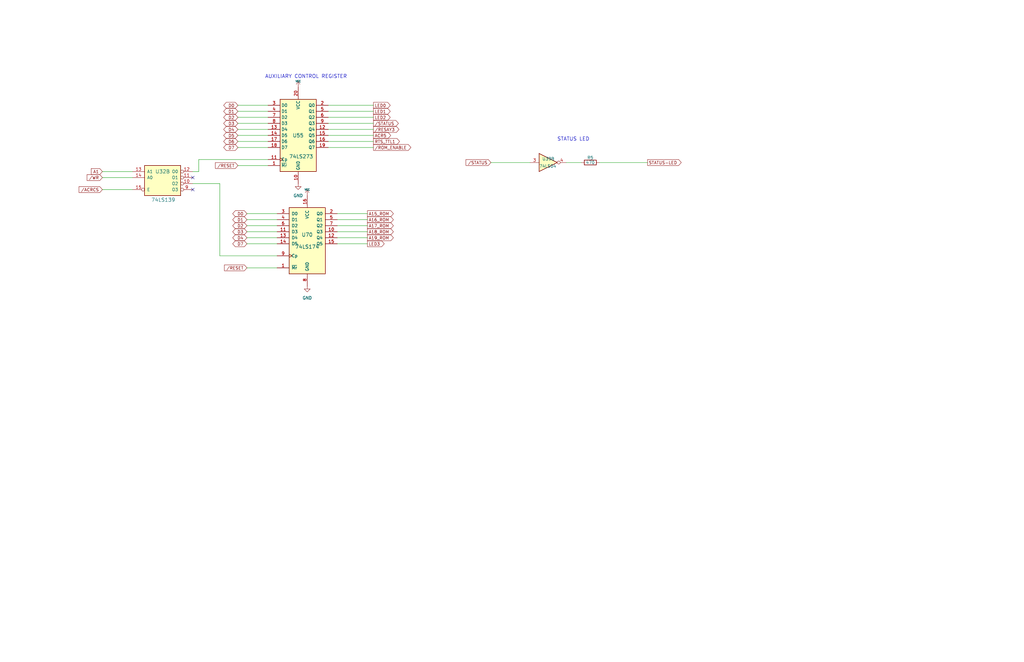
<source format=kicad_sch>
(kicad_sch
	(version 20250114)
	(generator "eeschema")
	(generator_version "9.0")
	(uuid "5f621fa5-77b3-4e8d-85e6-22916af3bf8b")
	(paper "USLedger")
	(title_block
		(title "N8PC")
		(date "2025-11-26")
		(rev "000.9")
		(comment 1 "https://github.com/danwerner21/N8PC")
		(comment 2 "Based on work by Andrew Lynch and John Coffman")
	)
	(lib_symbols
		(symbol "74xx:74LS04"
			(exclude_from_sim no)
			(in_bom yes)
			(on_board yes)
			(property "Reference" "U"
				(at 0 1.27 0)
				(effects
					(font
						(size 1.27 1.27)
					)
				)
			)
			(property "Value" "74LS04"
				(at 0 -1.27 0)
				(effects
					(font
						(size 1.27 1.27)
					)
				)
			)
			(property "Footprint" ""
				(at 0 0 0)
				(effects
					(font
						(size 1.27 1.27)
					)
					(hide yes)
				)
			)
			(property "Datasheet" "http://www.ti.com/lit/gpn/sn74LS04"
				(at 0 0 0)
				(effects
					(font
						(size 1.27 1.27)
					)
					(hide yes)
				)
			)
			(property "Description" "Hex Inverter"
				(at 0 0 0)
				(effects
					(font
						(size 1.27 1.27)
					)
					(hide yes)
				)
			)
			(property "ki_locked" ""
				(at 0 0 0)
				(effects
					(font
						(size 1.27 1.27)
					)
				)
			)
			(property "ki_keywords" "TTL not inv"
				(at 0 0 0)
				(effects
					(font
						(size 1.27 1.27)
					)
					(hide yes)
				)
			)
			(property "ki_fp_filters" "DIP*W7.62mm* SSOP?14* TSSOP?14*"
				(at 0 0 0)
				(effects
					(font
						(size 1.27 1.27)
					)
					(hide yes)
				)
			)
			(symbol "74LS04_1_0"
				(polyline
					(pts
						(xy -3.81 3.81) (xy -3.81 -3.81) (xy 3.81 0) (xy -3.81 3.81)
					)
					(stroke
						(width 0.254)
						(type default)
					)
					(fill
						(type background)
					)
				)
				(pin input line
					(at -7.62 0 0)
					(length 3.81)
					(name "~"
						(effects
							(font
								(size 1.27 1.27)
							)
						)
					)
					(number "1"
						(effects
							(font
								(size 1.27 1.27)
							)
						)
					)
				)
				(pin output inverted
					(at 7.62 0 180)
					(length 3.81)
					(name "~"
						(effects
							(font
								(size 1.27 1.27)
							)
						)
					)
					(number "2"
						(effects
							(font
								(size 1.27 1.27)
							)
						)
					)
				)
			)
			(symbol "74LS04_2_0"
				(polyline
					(pts
						(xy -3.81 3.81) (xy -3.81 -3.81) (xy 3.81 0) (xy -3.81 3.81)
					)
					(stroke
						(width 0.254)
						(type default)
					)
					(fill
						(type background)
					)
				)
				(pin input line
					(at -7.62 0 0)
					(length 3.81)
					(name "~"
						(effects
							(font
								(size 1.27 1.27)
							)
						)
					)
					(number "3"
						(effects
							(font
								(size 1.27 1.27)
							)
						)
					)
				)
				(pin output inverted
					(at 7.62 0 180)
					(length 3.81)
					(name "~"
						(effects
							(font
								(size 1.27 1.27)
							)
						)
					)
					(number "4"
						(effects
							(font
								(size 1.27 1.27)
							)
						)
					)
				)
			)
			(symbol "74LS04_3_0"
				(polyline
					(pts
						(xy -3.81 3.81) (xy -3.81 -3.81) (xy 3.81 0) (xy -3.81 3.81)
					)
					(stroke
						(width 0.254)
						(type default)
					)
					(fill
						(type background)
					)
				)
				(pin input line
					(at -7.62 0 0)
					(length 3.81)
					(name "~"
						(effects
							(font
								(size 1.27 1.27)
							)
						)
					)
					(number "5"
						(effects
							(font
								(size 1.27 1.27)
							)
						)
					)
				)
				(pin output inverted
					(at 7.62 0 180)
					(length 3.81)
					(name "~"
						(effects
							(font
								(size 1.27 1.27)
							)
						)
					)
					(number "6"
						(effects
							(font
								(size 1.27 1.27)
							)
						)
					)
				)
			)
			(symbol "74LS04_4_0"
				(polyline
					(pts
						(xy -3.81 3.81) (xy -3.81 -3.81) (xy 3.81 0) (xy -3.81 3.81)
					)
					(stroke
						(width 0.254)
						(type default)
					)
					(fill
						(type background)
					)
				)
				(pin input line
					(at -7.62 0 0)
					(length 3.81)
					(name "~"
						(effects
							(font
								(size 1.27 1.27)
							)
						)
					)
					(number "9"
						(effects
							(font
								(size 1.27 1.27)
							)
						)
					)
				)
				(pin output inverted
					(at 7.62 0 180)
					(length 3.81)
					(name "~"
						(effects
							(font
								(size 1.27 1.27)
							)
						)
					)
					(number "8"
						(effects
							(font
								(size 1.27 1.27)
							)
						)
					)
				)
			)
			(symbol "74LS04_5_0"
				(polyline
					(pts
						(xy -3.81 3.81) (xy -3.81 -3.81) (xy 3.81 0) (xy -3.81 3.81)
					)
					(stroke
						(width 0.254)
						(type default)
					)
					(fill
						(type background)
					)
				)
				(pin input line
					(at -7.62 0 0)
					(length 3.81)
					(name "~"
						(effects
							(font
								(size 1.27 1.27)
							)
						)
					)
					(number "11"
						(effects
							(font
								(size 1.27 1.27)
							)
						)
					)
				)
				(pin output inverted
					(at 7.62 0 180)
					(length 3.81)
					(name "~"
						(effects
							(font
								(size 1.27 1.27)
							)
						)
					)
					(number "10"
						(effects
							(font
								(size 1.27 1.27)
							)
						)
					)
				)
			)
			(symbol "74LS04_6_0"
				(polyline
					(pts
						(xy -3.81 3.81) (xy -3.81 -3.81) (xy 3.81 0) (xy -3.81 3.81)
					)
					(stroke
						(width 0.254)
						(type default)
					)
					(fill
						(type background)
					)
				)
				(pin input line
					(at -7.62 0 0)
					(length 3.81)
					(name "~"
						(effects
							(font
								(size 1.27 1.27)
							)
						)
					)
					(number "13"
						(effects
							(font
								(size 1.27 1.27)
							)
						)
					)
				)
				(pin output inverted
					(at 7.62 0 180)
					(length 3.81)
					(name "~"
						(effects
							(font
								(size 1.27 1.27)
							)
						)
					)
					(number "12"
						(effects
							(font
								(size 1.27 1.27)
							)
						)
					)
				)
			)
			(symbol "74LS04_7_0"
				(pin power_in line
					(at 0 12.7 270)
					(length 5.08)
					(name "VCC"
						(effects
							(font
								(size 1.27 1.27)
							)
						)
					)
					(number "14"
						(effects
							(font
								(size 1.27 1.27)
							)
						)
					)
				)
				(pin power_in line
					(at 0 -12.7 90)
					(length 5.08)
					(name "GND"
						(effects
							(font
								(size 1.27 1.27)
							)
						)
					)
					(number "7"
						(effects
							(font
								(size 1.27 1.27)
							)
						)
					)
				)
			)
			(symbol "74LS04_7_1"
				(rectangle
					(start -5.08 7.62)
					(end 5.08 -7.62)
					(stroke
						(width 0.254)
						(type default)
					)
					(fill
						(type background)
					)
				)
			)
			(embedded_fonts no)
		)
		(symbol "74xx:74LS139"
			(pin_names
				(offset 1.016)
			)
			(exclude_from_sim no)
			(in_bom yes)
			(on_board yes)
			(property "Reference" "U"
				(at -7.62 8.89 0)
				(effects
					(font
						(size 1.27 1.27)
					)
				)
			)
			(property "Value" "74LS139"
				(at -7.62 -8.89 0)
				(effects
					(font
						(size 1.27 1.27)
					)
				)
			)
			(property "Footprint" ""
				(at 0 0 0)
				(effects
					(font
						(size 1.27 1.27)
					)
					(hide yes)
				)
			)
			(property "Datasheet" "http://www.ti.com/lit/ds/symlink/sn74ls139a.pdf"
				(at 0 0 0)
				(effects
					(font
						(size 1.27 1.27)
					)
					(hide yes)
				)
			)
			(property "Description" "Dual Decoder 1 of 4, Active low outputs"
				(at 0 0 0)
				(effects
					(font
						(size 1.27 1.27)
					)
					(hide yes)
				)
			)
			(property "ki_locked" ""
				(at 0 0 0)
				(effects
					(font
						(size 1.27 1.27)
					)
				)
			)
			(property "ki_keywords" "TTL DECOD4"
				(at 0 0 0)
				(effects
					(font
						(size 1.27 1.27)
					)
					(hide yes)
				)
			)
			(property "ki_fp_filters" "DIP?16*"
				(at 0 0 0)
				(effects
					(font
						(size 1.27 1.27)
					)
					(hide yes)
				)
			)
			(symbol "74LS139_1_0"
				(pin input line
					(at -12.7 2.54 0)
					(length 5.08)
					(name "A1"
						(effects
							(font
								(size 1.27 1.27)
							)
						)
					)
					(number "3"
						(effects
							(font
								(size 1.27 1.27)
							)
						)
					)
				)
				(pin input line
					(at -12.7 0 0)
					(length 5.08)
					(name "A0"
						(effects
							(font
								(size 1.27 1.27)
							)
						)
					)
					(number "2"
						(effects
							(font
								(size 1.27 1.27)
							)
						)
					)
				)
				(pin input inverted
					(at -12.7 -5.08 0)
					(length 5.08)
					(name "E"
						(effects
							(font
								(size 1.27 1.27)
							)
						)
					)
					(number "1"
						(effects
							(font
								(size 1.27 1.27)
							)
						)
					)
				)
				(pin output inverted
					(at 12.7 2.54 180)
					(length 5.08)
					(name "O0"
						(effects
							(font
								(size 1.27 1.27)
							)
						)
					)
					(number "4"
						(effects
							(font
								(size 1.27 1.27)
							)
						)
					)
				)
				(pin output inverted
					(at 12.7 0 180)
					(length 5.08)
					(name "O1"
						(effects
							(font
								(size 1.27 1.27)
							)
						)
					)
					(number "5"
						(effects
							(font
								(size 1.27 1.27)
							)
						)
					)
				)
				(pin output inverted
					(at 12.7 -2.54 180)
					(length 5.08)
					(name "O2"
						(effects
							(font
								(size 1.27 1.27)
							)
						)
					)
					(number "6"
						(effects
							(font
								(size 1.27 1.27)
							)
						)
					)
				)
				(pin output inverted
					(at 12.7 -5.08 180)
					(length 5.08)
					(name "O3"
						(effects
							(font
								(size 1.27 1.27)
							)
						)
					)
					(number "7"
						(effects
							(font
								(size 1.27 1.27)
							)
						)
					)
				)
			)
			(symbol "74LS139_1_1"
				(rectangle
					(start -7.62 5.08)
					(end 7.62 -7.62)
					(stroke
						(width 0.254)
						(type default)
					)
					(fill
						(type background)
					)
				)
			)
			(symbol "74LS139_2_0"
				(pin input line
					(at -12.7 2.54 0)
					(length 5.08)
					(name "A1"
						(effects
							(font
								(size 1.27 1.27)
							)
						)
					)
					(number "13"
						(effects
							(font
								(size 1.27 1.27)
							)
						)
					)
				)
				(pin input line
					(at -12.7 0 0)
					(length 5.08)
					(name "A0"
						(effects
							(font
								(size 1.27 1.27)
							)
						)
					)
					(number "14"
						(effects
							(font
								(size 1.27 1.27)
							)
						)
					)
				)
				(pin input inverted
					(at -12.7 -5.08 0)
					(length 5.08)
					(name "E"
						(effects
							(font
								(size 1.27 1.27)
							)
						)
					)
					(number "15"
						(effects
							(font
								(size 1.27 1.27)
							)
						)
					)
				)
				(pin output inverted
					(at 12.7 2.54 180)
					(length 5.08)
					(name "O0"
						(effects
							(font
								(size 1.27 1.27)
							)
						)
					)
					(number "12"
						(effects
							(font
								(size 1.27 1.27)
							)
						)
					)
				)
				(pin output inverted
					(at 12.7 0 180)
					(length 5.08)
					(name "O1"
						(effects
							(font
								(size 1.27 1.27)
							)
						)
					)
					(number "11"
						(effects
							(font
								(size 1.27 1.27)
							)
						)
					)
				)
				(pin output inverted
					(at 12.7 -2.54 180)
					(length 5.08)
					(name "O2"
						(effects
							(font
								(size 1.27 1.27)
							)
						)
					)
					(number "10"
						(effects
							(font
								(size 1.27 1.27)
							)
						)
					)
				)
				(pin output inverted
					(at 12.7 -5.08 180)
					(length 5.08)
					(name "O3"
						(effects
							(font
								(size 1.27 1.27)
							)
						)
					)
					(number "9"
						(effects
							(font
								(size 1.27 1.27)
							)
						)
					)
				)
			)
			(symbol "74LS139_2_1"
				(rectangle
					(start -7.62 5.08)
					(end 7.62 -7.62)
					(stroke
						(width 0.254)
						(type default)
					)
					(fill
						(type background)
					)
				)
			)
			(symbol "74LS139_3_0"
				(pin power_in line
					(at 0 12.7 270)
					(length 5.08)
					(name "VCC"
						(effects
							(font
								(size 1.27 1.27)
							)
						)
					)
					(number "16"
						(effects
							(font
								(size 1.27 1.27)
							)
						)
					)
				)
				(pin power_in line
					(at 0 -12.7 90)
					(length 5.08)
					(name "GND"
						(effects
							(font
								(size 1.27 1.27)
							)
						)
					)
					(number "8"
						(effects
							(font
								(size 1.27 1.27)
							)
						)
					)
				)
			)
			(symbol "74LS139_3_1"
				(rectangle
					(start -5.08 7.62)
					(end 5.08 -7.62)
					(stroke
						(width 0.254)
						(type default)
					)
					(fill
						(type background)
					)
				)
			)
			(embedded_fonts no)
		)
		(symbol "74xx:74LS174"
			(pin_names
				(offset 1.016)
			)
			(exclude_from_sim no)
			(in_bom yes)
			(on_board yes)
			(property "Reference" "U"
				(at -7.62 13.97 0)
				(effects
					(font
						(size 1.27 1.27)
					)
				)
			)
			(property "Value" "74LS174"
				(at -7.62 -16.51 0)
				(effects
					(font
						(size 1.27 1.27)
					)
				)
			)
			(property "Footprint" ""
				(at 0 0 0)
				(effects
					(font
						(size 1.27 1.27)
					)
					(hide yes)
				)
			)
			(property "Datasheet" "http://www.ti.com/lit/gpn/sn74LS174"
				(at 0 0 0)
				(effects
					(font
						(size 1.27 1.27)
					)
					(hide yes)
				)
			)
			(property "Description" "Hex D-type Flip-Flop, reset"
				(at 0 0 0)
				(effects
					(font
						(size 1.27 1.27)
					)
					(hide yes)
				)
			)
			(property "ki_locked" ""
				(at 0 0 0)
				(effects
					(font
						(size 1.27 1.27)
					)
				)
			)
			(property "ki_keywords" "TTL REG REG6 DFF"
				(at 0 0 0)
				(effects
					(font
						(size 1.27 1.27)
					)
					(hide yes)
				)
			)
			(property "ki_fp_filters" "DIP?16*"
				(at 0 0 0)
				(effects
					(font
						(size 1.27 1.27)
					)
					(hide yes)
				)
			)
			(symbol "74LS174_1_0"
				(pin input line
					(at -12.7 10.16 0)
					(length 5.08)
					(name "D0"
						(effects
							(font
								(size 1.27 1.27)
							)
						)
					)
					(number "3"
						(effects
							(font
								(size 1.27 1.27)
							)
						)
					)
				)
				(pin input line
					(at -12.7 7.62 0)
					(length 5.08)
					(name "D1"
						(effects
							(font
								(size 1.27 1.27)
							)
						)
					)
					(number "4"
						(effects
							(font
								(size 1.27 1.27)
							)
						)
					)
				)
				(pin input line
					(at -12.7 5.08 0)
					(length 5.08)
					(name "D2"
						(effects
							(font
								(size 1.27 1.27)
							)
						)
					)
					(number "6"
						(effects
							(font
								(size 1.27 1.27)
							)
						)
					)
				)
				(pin input line
					(at -12.7 2.54 0)
					(length 5.08)
					(name "D3"
						(effects
							(font
								(size 1.27 1.27)
							)
						)
					)
					(number "11"
						(effects
							(font
								(size 1.27 1.27)
							)
						)
					)
				)
				(pin input line
					(at -12.7 0 0)
					(length 5.08)
					(name "D4"
						(effects
							(font
								(size 1.27 1.27)
							)
						)
					)
					(number "13"
						(effects
							(font
								(size 1.27 1.27)
							)
						)
					)
				)
				(pin input line
					(at -12.7 -2.54 0)
					(length 5.08)
					(name "D5"
						(effects
							(font
								(size 1.27 1.27)
							)
						)
					)
					(number "14"
						(effects
							(font
								(size 1.27 1.27)
							)
						)
					)
				)
				(pin input clock
					(at -12.7 -7.62 0)
					(length 5.08)
					(name "Cp"
						(effects
							(font
								(size 1.27 1.27)
							)
						)
					)
					(number "9"
						(effects
							(font
								(size 1.27 1.27)
							)
						)
					)
				)
				(pin input line
					(at -12.7 -12.7 0)
					(length 5.08)
					(name "~{Mr}"
						(effects
							(font
								(size 1.27 1.27)
							)
						)
					)
					(number "1"
						(effects
							(font
								(size 1.27 1.27)
							)
						)
					)
				)
				(pin power_in line
					(at 0 17.78 270)
					(length 5.08)
					(name "VCC"
						(effects
							(font
								(size 1.27 1.27)
							)
						)
					)
					(number "16"
						(effects
							(font
								(size 1.27 1.27)
							)
						)
					)
				)
				(pin power_in line
					(at 0 -20.32 90)
					(length 5.08)
					(name "GND"
						(effects
							(font
								(size 1.27 1.27)
							)
						)
					)
					(number "8"
						(effects
							(font
								(size 1.27 1.27)
							)
						)
					)
				)
				(pin output line
					(at 12.7 10.16 180)
					(length 5.08)
					(name "Q0"
						(effects
							(font
								(size 1.27 1.27)
							)
						)
					)
					(number "2"
						(effects
							(font
								(size 1.27 1.27)
							)
						)
					)
				)
				(pin output line
					(at 12.7 7.62 180)
					(length 5.08)
					(name "Q1"
						(effects
							(font
								(size 1.27 1.27)
							)
						)
					)
					(number "5"
						(effects
							(font
								(size 1.27 1.27)
							)
						)
					)
				)
				(pin output line
					(at 12.7 5.08 180)
					(length 5.08)
					(name "Q2"
						(effects
							(font
								(size 1.27 1.27)
							)
						)
					)
					(number "7"
						(effects
							(font
								(size 1.27 1.27)
							)
						)
					)
				)
				(pin output line
					(at 12.7 2.54 180)
					(length 5.08)
					(name "Q3"
						(effects
							(font
								(size 1.27 1.27)
							)
						)
					)
					(number "10"
						(effects
							(font
								(size 1.27 1.27)
							)
						)
					)
				)
				(pin output line
					(at 12.7 0 180)
					(length 5.08)
					(name "Q4"
						(effects
							(font
								(size 1.27 1.27)
							)
						)
					)
					(number "12"
						(effects
							(font
								(size 1.27 1.27)
							)
						)
					)
				)
				(pin output line
					(at 12.7 -2.54 180)
					(length 5.08)
					(name "Q5"
						(effects
							(font
								(size 1.27 1.27)
							)
						)
					)
					(number "15"
						(effects
							(font
								(size 1.27 1.27)
							)
						)
					)
				)
			)
			(symbol "74LS174_1_1"
				(rectangle
					(start -7.62 12.7)
					(end 7.62 -15.24)
					(stroke
						(width 0.254)
						(type default)
					)
					(fill
						(type background)
					)
				)
			)
			(embedded_fonts no)
		)
		(symbol "74xx:74LS273"
			(exclude_from_sim no)
			(in_bom yes)
			(on_board yes)
			(property "Reference" "U"
				(at -7.62 16.51 0)
				(effects
					(font
						(size 1.27 1.27)
					)
				)
			)
			(property "Value" "74LS273"
				(at -7.62 -16.51 0)
				(effects
					(font
						(size 1.27 1.27)
					)
				)
			)
			(property "Footprint" ""
				(at 0 0 0)
				(effects
					(font
						(size 1.27 1.27)
					)
					(hide yes)
				)
			)
			(property "Datasheet" "http://www.ti.com/lit/gpn/sn74LS273"
				(at 0 0 0)
				(effects
					(font
						(size 1.27 1.27)
					)
					(hide yes)
				)
			)
			(property "Description" "8-bit D Flip-Flop, reset"
				(at 0 0 0)
				(effects
					(font
						(size 1.27 1.27)
					)
					(hide yes)
				)
			)
			(property "ki_keywords" "TTL DFF DFF8"
				(at 0 0 0)
				(effects
					(font
						(size 1.27 1.27)
					)
					(hide yes)
				)
			)
			(property "ki_fp_filters" "DIP?20* SO?20* SOIC?20*"
				(at 0 0 0)
				(effects
					(font
						(size 1.27 1.27)
					)
					(hide yes)
				)
			)
			(symbol "74LS273_1_0"
				(pin input line
					(at -12.7 12.7 0)
					(length 5.08)
					(name "D0"
						(effects
							(font
								(size 1.27 1.27)
							)
						)
					)
					(number "3"
						(effects
							(font
								(size 1.27 1.27)
							)
						)
					)
				)
				(pin input line
					(at -12.7 10.16 0)
					(length 5.08)
					(name "D1"
						(effects
							(font
								(size 1.27 1.27)
							)
						)
					)
					(number "4"
						(effects
							(font
								(size 1.27 1.27)
							)
						)
					)
				)
				(pin input line
					(at -12.7 7.62 0)
					(length 5.08)
					(name "D2"
						(effects
							(font
								(size 1.27 1.27)
							)
						)
					)
					(number "7"
						(effects
							(font
								(size 1.27 1.27)
							)
						)
					)
				)
				(pin input line
					(at -12.7 5.08 0)
					(length 5.08)
					(name "D3"
						(effects
							(font
								(size 1.27 1.27)
							)
						)
					)
					(number "8"
						(effects
							(font
								(size 1.27 1.27)
							)
						)
					)
				)
				(pin input line
					(at -12.7 2.54 0)
					(length 5.08)
					(name "D4"
						(effects
							(font
								(size 1.27 1.27)
							)
						)
					)
					(number "13"
						(effects
							(font
								(size 1.27 1.27)
							)
						)
					)
				)
				(pin input line
					(at -12.7 0 0)
					(length 5.08)
					(name "D5"
						(effects
							(font
								(size 1.27 1.27)
							)
						)
					)
					(number "14"
						(effects
							(font
								(size 1.27 1.27)
							)
						)
					)
				)
				(pin input line
					(at -12.7 -2.54 0)
					(length 5.08)
					(name "D6"
						(effects
							(font
								(size 1.27 1.27)
							)
						)
					)
					(number "17"
						(effects
							(font
								(size 1.27 1.27)
							)
						)
					)
				)
				(pin input line
					(at -12.7 -5.08 0)
					(length 5.08)
					(name "D7"
						(effects
							(font
								(size 1.27 1.27)
							)
						)
					)
					(number "18"
						(effects
							(font
								(size 1.27 1.27)
							)
						)
					)
				)
				(pin input clock
					(at -12.7 -10.16 0)
					(length 5.08)
					(name "Cp"
						(effects
							(font
								(size 1.27 1.27)
							)
						)
					)
					(number "11"
						(effects
							(font
								(size 1.27 1.27)
							)
						)
					)
				)
				(pin input line
					(at -12.7 -12.7 0)
					(length 5.08)
					(name "~{Mr}"
						(effects
							(font
								(size 1.27 1.27)
							)
						)
					)
					(number "1"
						(effects
							(font
								(size 1.27 1.27)
							)
						)
					)
				)
				(pin power_in line
					(at 0 20.32 270)
					(length 5.08)
					(name "VCC"
						(effects
							(font
								(size 1.27 1.27)
							)
						)
					)
					(number "20"
						(effects
							(font
								(size 1.27 1.27)
							)
						)
					)
				)
				(pin power_in line
					(at 0 -20.32 90)
					(length 5.08)
					(name "GND"
						(effects
							(font
								(size 1.27 1.27)
							)
						)
					)
					(number "10"
						(effects
							(font
								(size 1.27 1.27)
							)
						)
					)
				)
				(pin output line
					(at 12.7 12.7 180)
					(length 5.08)
					(name "Q0"
						(effects
							(font
								(size 1.27 1.27)
							)
						)
					)
					(number "2"
						(effects
							(font
								(size 1.27 1.27)
							)
						)
					)
				)
				(pin output line
					(at 12.7 10.16 180)
					(length 5.08)
					(name "Q1"
						(effects
							(font
								(size 1.27 1.27)
							)
						)
					)
					(number "5"
						(effects
							(font
								(size 1.27 1.27)
							)
						)
					)
				)
				(pin output line
					(at 12.7 7.62 180)
					(length 5.08)
					(name "Q2"
						(effects
							(font
								(size 1.27 1.27)
							)
						)
					)
					(number "6"
						(effects
							(font
								(size 1.27 1.27)
							)
						)
					)
				)
				(pin output line
					(at 12.7 5.08 180)
					(length 5.08)
					(name "Q3"
						(effects
							(font
								(size 1.27 1.27)
							)
						)
					)
					(number "9"
						(effects
							(font
								(size 1.27 1.27)
							)
						)
					)
				)
				(pin output line
					(at 12.7 2.54 180)
					(length 5.08)
					(name "Q4"
						(effects
							(font
								(size 1.27 1.27)
							)
						)
					)
					(number "12"
						(effects
							(font
								(size 1.27 1.27)
							)
						)
					)
				)
				(pin output line
					(at 12.7 0 180)
					(length 5.08)
					(name "Q5"
						(effects
							(font
								(size 1.27 1.27)
							)
						)
					)
					(number "15"
						(effects
							(font
								(size 1.27 1.27)
							)
						)
					)
				)
				(pin output line
					(at 12.7 -2.54 180)
					(length 5.08)
					(name "Q6"
						(effects
							(font
								(size 1.27 1.27)
							)
						)
					)
					(number "16"
						(effects
							(font
								(size 1.27 1.27)
							)
						)
					)
				)
				(pin output line
					(at 12.7 -5.08 180)
					(length 5.08)
					(name "Q7"
						(effects
							(font
								(size 1.27 1.27)
							)
						)
					)
					(number "19"
						(effects
							(font
								(size 1.27 1.27)
							)
						)
					)
				)
			)
			(symbol "74LS273_1_1"
				(rectangle
					(start -7.62 15.24)
					(end 7.62 -15.24)
					(stroke
						(width 0.254)
						(type default)
					)
					(fill
						(type background)
					)
				)
			)
			(embedded_fonts no)
		)
		(symbol "Device:R"
			(pin_numbers
				(hide yes)
			)
			(pin_names
				(offset 0)
			)
			(exclude_from_sim no)
			(in_bom yes)
			(on_board yes)
			(property "Reference" "R"
				(at 2.032 0 90)
				(effects
					(font
						(size 1.27 1.27)
					)
				)
			)
			(property "Value" "R"
				(at 0 0 90)
				(effects
					(font
						(size 1.27 1.27)
					)
				)
			)
			(property "Footprint" ""
				(at -1.778 0 90)
				(effects
					(font
						(size 1.27 1.27)
					)
					(hide yes)
				)
			)
			(property "Datasheet" "~"
				(at 0 0 0)
				(effects
					(font
						(size 1.27 1.27)
					)
					(hide yes)
				)
			)
			(property "Description" "Resistor"
				(at 0 0 0)
				(effects
					(font
						(size 1.27 1.27)
					)
					(hide yes)
				)
			)
			(property "ki_keywords" "R res resistor"
				(at 0 0 0)
				(effects
					(font
						(size 1.27 1.27)
					)
					(hide yes)
				)
			)
			(property "ki_fp_filters" "R_*"
				(at 0 0 0)
				(effects
					(font
						(size 1.27 1.27)
					)
					(hide yes)
				)
			)
			(symbol "R_0_1"
				(rectangle
					(start -1.016 -2.54)
					(end 1.016 2.54)
					(stroke
						(width 0.254)
						(type default)
					)
					(fill
						(type none)
					)
				)
			)
			(symbol "R_1_1"
				(pin passive line
					(at 0 3.81 270)
					(length 1.27)
					(name "~"
						(effects
							(font
								(size 1.27 1.27)
							)
						)
					)
					(number "1"
						(effects
							(font
								(size 1.27 1.27)
							)
						)
					)
				)
				(pin passive line
					(at 0 -3.81 90)
					(length 1.27)
					(name "~"
						(effects
							(font
								(size 1.27 1.27)
							)
						)
					)
					(number "2"
						(effects
							(font
								(size 1.27 1.27)
							)
						)
					)
				)
			)
			(embedded_fonts no)
		)
		(symbol "power:GND"
			(power)
			(pin_numbers
				(hide yes)
			)
			(pin_names
				(offset 0)
				(hide yes)
			)
			(exclude_from_sim no)
			(in_bom yes)
			(on_board yes)
			(property "Reference" "#PWR"
				(at 0 -6.35 0)
				(effects
					(font
						(size 1.27 1.27)
					)
					(hide yes)
				)
			)
			(property "Value" "GND"
				(at 0 -3.81 0)
				(effects
					(font
						(size 1.27 1.27)
					)
				)
			)
			(property "Footprint" ""
				(at 0 0 0)
				(effects
					(font
						(size 1.27 1.27)
					)
					(hide yes)
				)
			)
			(property "Datasheet" ""
				(at 0 0 0)
				(effects
					(font
						(size 1.27 1.27)
					)
					(hide yes)
				)
			)
			(property "Description" "Power symbol creates a global label with name \"GND\" , ground"
				(at 0 0 0)
				(effects
					(font
						(size 1.27 1.27)
					)
					(hide yes)
				)
			)
			(property "ki_keywords" "global power"
				(at 0 0 0)
				(effects
					(font
						(size 1.27 1.27)
					)
					(hide yes)
				)
			)
			(symbol "GND_0_1"
				(polyline
					(pts
						(xy 0 0) (xy 0 -1.27) (xy 1.27 -1.27) (xy 0 -2.54) (xy -1.27 -1.27) (xy 0 -1.27)
					)
					(stroke
						(width 0)
						(type default)
					)
					(fill
						(type none)
					)
				)
			)
			(symbol "GND_1_1"
				(pin power_in line
					(at 0 0 270)
					(length 0)
					(name "~"
						(effects
							(font
								(size 1.27 1.27)
							)
						)
					)
					(number "1"
						(effects
							(font
								(size 1.27 1.27)
							)
						)
					)
				)
			)
			(embedded_fonts no)
		)
		(symbol "power:VCC"
			(power)
			(pin_numbers
				(hide yes)
			)
			(pin_names
				(offset 0)
				(hide yes)
			)
			(exclude_from_sim no)
			(in_bom yes)
			(on_board yes)
			(property "Reference" "#PWR"
				(at 0 -3.81 0)
				(effects
					(font
						(size 1.27 1.27)
					)
					(hide yes)
				)
			)
			(property "Value" "VCC"
				(at 0 3.556 0)
				(effects
					(font
						(size 1.27 1.27)
					)
				)
			)
			(property "Footprint" ""
				(at 0 0 0)
				(effects
					(font
						(size 1.27 1.27)
					)
					(hide yes)
				)
			)
			(property "Datasheet" ""
				(at 0 0 0)
				(effects
					(font
						(size 1.27 1.27)
					)
					(hide yes)
				)
			)
			(property "Description" "Power symbol creates a global label with name \"VCC\""
				(at 0 0 0)
				(effects
					(font
						(size 1.27 1.27)
					)
					(hide yes)
				)
			)
			(property "ki_keywords" "global power"
				(at 0 0 0)
				(effects
					(font
						(size 1.27 1.27)
					)
					(hide yes)
				)
			)
			(symbol "VCC_0_1"
				(polyline
					(pts
						(xy -0.762 1.27) (xy 0 2.54)
					)
					(stroke
						(width 0)
						(type default)
					)
					(fill
						(type none)
					)
				)
				(polyline
					(pts
						(xy 0 2.54) (xy 0.762 1.27)
					)
					(stroke
						(width 0)
						(type default)
					)
					(fill
						(type none)
					)
				)
				(polyline
					(pts
						(xy 0 0) (xy 0 2.54)
					)
					(stroke
						(width 0)
						(type default)
					)
					(fill
						(type none)
					)
				)
			)
			(symbol "VCC_1_1"
				(pin power_in line
					(at 0 0 90)
					(length 0)
					(name "~"
						(effects
							(font
								(size 1.27 1.27)
							)
						)
					)
					(number "1"
						(effects
							(font
								(size 1.27 1.27)
							)
						)
					)
				)
			)
			(embedded_fonts no)
		)
	)
	(text "STATUS LED"
		(exclude_from_sim no)
		(at 234.95 59.69 0)
		(effects
			(font
				(size 1.524 1.524)
			)
			(justify left bottom)
		)
		(uuid "695eb00e-1165-4d79-9e50-33a02f92aa29")
	)
	(text "AUXILIARY CONTROL REGISTER"
		(exclude_from_sim no)
		(at 111.76 33.274 0)
		(effects
			(font
				(size 1.524 1.524)
			)
			(justify left bottom)
		)
		(uuid "b6ec7b13-a1a3-4405-9a2f-e9a38e46eb85")
	)
	(no_connect
		(at 81.28 80.01)
		(uuid "0d68b87b-63e8-4f3c-b76e-aa3138ee4881")
	)
	(no_connect
		(at 81.28 74.93)
		(uuid "b2756b93-6208-421a-a6b8-129c4533c02e")
	)
	(wire
		(pts
			(xy 100.33 62.23) (xy 113.03 62.23)
		)
		(stroke
			(width 0)
			(type default)
		)
		(uuid "0a735ce6-8227-464e-8ec0-c6fa736e379c")
	)
	(wire
		(pts
			(xy 100.33 69.85) (xy 113.03 69.85)
		)
		(stroke
			(width 0)
			(type default)
		)
		(uuid "19ba0173-a326-40bb-b96a-5b98bd1072e7")
	)
	(wire
		(pts
			(xy 100.33 54.61) (xy 113.03 54.61)
		)
		(stroke
			(width 0)
			(type default)
		)
		(uuid "1b434d05-e619-4bdf-b101-5d52ff4ec217")
	)
	(wire
		(pts
			(xy 104.14 102.87) (xy 116.84 102.87)
		)
		(stroke
			(width 0)
			(type default)
		)
		(uuid "1cfb8b47-2605-4839-bb0a-dbbbb42b55d4")
	)
	(wire
		(pts
			(xy 83.82 67.31) (xy 113.03 67.31)
		)
		(stroke
			(width 0)
			(type default)
		)
		(uuid "1d9748c6-fffb-4693-9bfa-1d8cc83194a9")
	)
	(wire
		(pts
			(xy 104.14 92.71) (xy 116.84 92.71)
		)
		(stroke
			(width 0)
			(type default)
		)
		(uuid "244e01ef-54a2-4a26-b4d8-99730edb5efd")
	)
	(wire
		(pts
			(xy 142.24 100.33) (xy 154.94 100.33)
		)
		(stroke
			(width 0)
			(type default)
		)
		(uuid "32943bbf-5c42-4b51-8203-5024acd41312")
	)
	(wire
		(pts
			(xy 142.24 92.71) (xy 154.94 92.71)
		)
		(stroke
			(width 0)
			(type default)
		)
		(uuid "43f20ddb-e917-4683-937d-78b650531f13")
	)
	(wire
		(pts
			(xy 100.33 46.99) (xy 113.03 46.99)
		)
		(stroke
			(width 0)
			(type default)
		)
		(uuid "47ec3f12-bfc1-4505-bec3-989d6cd1a896")
	)
	(wire
		(pts
			(xy 92.71 107.95) (xy 116.84 107.95)
		)
		(stroke
			(width 0)
			(type default)
		)
		(uuid "4f756e65-59b6-4d5b-af09-e6130dea8f77")
	)
	(wire
		(pts
			(xy 138.43 44.45) (xy 157.48 44.45)
		)
		(stroke
			(width 0)
			(type default)
		)
		(uuid "5780571f-0b96-4ac6-9f42-1590df5624bd")
	)
	(wire
		(pts
			(xy 138.43 46.99) (xy 157.48 46.99)
		)
		(stroke
			(width 0)
			(type default)
		)
		(uuid "5ee3836a-b34b-42d8-88c5-464c26e5a741")
	)
	(wire
		(pts
			(xy 100.33 52.07) (xy 113.03 52.07)
		)
		(stroke
			(width 0)
			(type default)
		)
		(uuid "61397883-4001-4bae-a0c5-c197cd576784")
	)
	(wire
		(pts
			(xy 43.18 74.93) (xy 55.88 74.93)
		)
		(stroke
			(width 0)
			(type default)
		)
		(uuid "6cc49960-e1e4-4369-a6a5-2ecb5f50ee06")
	)
	(wire
		(pts
			(xy 207.01 68.58) (xy 223.52 68.58)
		)
		(stroke
			(width 0)
			(type default)
		)
		(uuid "6e699fb1-6b1a-466b-af06-aa46403005d8")
	)
	(wire
		(pts
			(xy 142.24 97.79) (xy 154.94 97.79)
		)
		(stroke
			(width 0)
			(type default)
		)
		(uuid "6fd72137-da03-4383-825d-b3eeef94f078")
	)
	(wire
		(pts
			(xy 104.14 100.33) (xy 116.84 100.33)
		)
		(stroke
			(width 0)
			(type default)
		)
		(uuid "8265b2d8-db1a-47b4-9cb2-ff6864cd6d46")
	)
	(wire
		(pts
			(xy 83.82 72.39) (xy 83.82 67.31)
		)
		(stroke
			(width 0)
			(type default)
		)
		(uuid "844bb1b7-7991-4eba-8885-58a7cf667085")
	)
	(wire
		(pts
			(xy 138.43 62.23) (xy 157.48 62.23)
		)
		(stroke
			(width 0)
			(type default)
		)
		(uuid "8f3a7ef0-a430-485d-9f59-2ecf724ef6fc")
	)
	(wire
		(pts
			(xy 238.76 68.58) (xy 245.11 68.58)
		)
		(stroke
			(width 0)
			(type default)
		)
		(uuid "908f6538-ee79-409b-bdc6-57a5bc27bdf8")
	)
	(wire
		(pts
			(xy 100.33 49.53) (xy 113.03 49.53)
		)
		(stroke
			(width 0)
			(type default)
		)
		(uuid "9c3fdbbc-7272-4fd7-83ca-669695ea4a2d")
	)
	(wire
		(pts
			(xy 104.14 113.03) (xy 116.84 113.03)
		)
		(stroke
			(width 0)
			(type default)
		)
		(uuid "9c973d26-4dbd-40d3-9e72-ea8202b4a6a5")
	)
	(wire
		(pts
			(xy 100.33 57.15) (xy 113.03 57.15)
		)
		(stroke
			(width 0)
			(type default)
		)
		(uuid "af1ecd16-9aba-42d3-a326-c774caa68ed2")
	)
	(wire
		(pts
			(xy 252.73 68.58) (xy 273.05 68.58)
		)
		(stroke
			(width 0)
			(type default)
		)
		(uuid "b0ca5750-cd93-46e9-bbea-d0cd5e923f47")
	)
	(wire
		(pts
			(xy 138.43 52.07) (xy 157.48 52.07)
		)
		(stroke
			(width 0)
			(type default)
		)
		(uuid "b2eda908-4a0e-4333-8c08-aaa7539b399c")
	)
	(wire
		(pts
			(xy 104.14 95.25) (xy 116.84 95.25)
		)
		(stroke
			(width 0)
			(type default)
		)
		(uuid "b638af95-184d-416a-be3f-2dce7e1554fd")
	)
	(wire
		(pts
			(xy 138.43 49.53) (xy 157.48 49.53)
		)
		(stroke
			(width 0)
			(type default)
		)
		(uuid "b982a8aa-fc7b-4033-9da4-c18bb6228e5b")
	)
	(wire
		(pts
			(xy 100.33 44.45) (xy 113.03 44.45)
		)
		(stroke
			(width 0)
			(type default)
		)
		(uuid "baf9307f-80d2-4765-b3ca-bf19f829e8bb")
	)
	(wire
		(pts
			(xy 81.28 72.39) (xy 83.82 72.39)
		)
		(stroke
			(width 0)
			(type default)
		)
		(uuid "c1638cef-509d-488b-b5e3-4fa0af3a61dd")
	)
	(wire
		(pts
			(xy 138.43 54.61) (xy 157.48 54.61)
		)
		(stroke
			(width 0)
			(type default)
		)
		(uuid "ce285384-b394-4f08-b469-f2d8305e0455")
	)
	(wire
		(pts
			(xy 92.71 77.47) (xy 92.71 107.95)
		)
		(stroke
			(width 0)
			(type default)
		)
		(uuid "d150a215-9088-4cdf-93e6-57fd62a3f321")
	)
	(wire
		(pts
			(xy 142.24 90.17) (xy 154.94 90.17)
		)
		(stroke
			(width 0)
			(type default)
		)
		(uuid "d7651afc-4767-4cfd-9619-1130362b1cc4")
	)
	(wire
		(pts
			(xy 100.33 59.69) (xy 113.03 59.69)
		)
		(stroke
			(width 0)
			(type default)
		)
		(uuid "d8e8172b-ee5f-4b63-aa10-bcec0fb8dc83")
	)
	(wire
		(pts
			(xy 104.14 90.17) (xy 116.84 90.17)
		)
		(stroke
			(width 0)
			(type default)
		)
		(uuid "e50aea7c-45b1-4270-8b0d-c947daf72b39")
	)
	(wire
		(pts
			(xy 138.43 59.69) (xy 157.48 59.69)
		)
		(stroke
			(width 0)
			(type default)
		)
		(uuid "e565c211-ac65-4be7-9274-404c985114a9")
	)
	(wire
		(pts
			(xy 81.28 77.47) (xy 92.71 77.47)
		)
		(stroke
			(width 0)
			(type default)
		)
		(uuid "e65dba55-4434-421b-948a-27f6cfabd6a8")
	)
	(wire
		(pts
			(xy 142.24 95.25) (xy 154.94 95.25)
		)
		(stroke
			(width 0)
			(type default)
		)
		(uuid "e79de095-df66-4e7c-b77d-59033a215a5c")
	)
	(wire
		(pts
			(xy 43.18 72.39) (xy 55.88 72.39)
		)
		(stroke
			(width 0)
			(type default)
		)
		(uuid "ecc95bf3-6711-4627-bbb0-1fb7490252db")
	)
	(wire
		(pts
			(xy 43.18 80.01) (xy 55.88 80.01)
		)
		(stroke
			(width 0)
			(type default)
		)
		(uuid "eeb9e89d-c85a-44d7-8617-1b332f75e0c5")
	)
	(wire
		(pts
			(xy 104.14 97.79) (xy 116.84 97.79)
		)
		(stroke
			(width 0)
			(type default)
		)
		(uuid "f2fae062-cc2d-4254-8cc6-b0aca146c017")
	)
	(wire
		(pts
			(xy 138.43 57.15) (xy 157.48 57.15)
		)
		(stroke
			(width 0)
			(type default)
		)
		(uuid "fba1f7a1-4016-4b47-b6f0-faddcb54fb26")
	)
	(wire
		(pts
			(xy 142.24 102.87) (xy 154.94 102.87)
		)
		(stroke
			(width 0)
			(type default)
		)
		(uuid "fbbb392d-9091-436e-ac6d-2bcaa671ed75")
	)
	(global_label "D5"
		(shape bidirectional)
		(at 100.33 57.15 180)
		(fields_autoplaced yes)
		(effects
			(font
				(size 1.27 1.27)
			)
			(justify right)
		)
		(uuid "1077b522-7598-4e4f-b70d-45b8dfaf9586")
		(property "Intersheetrefs" "${INTERSHEET_REFS}"
			(at 94.567 57.15 0)
			(effects
				(font
					(size 1.27 1.27)
				)
				(justify right)
				(hide yes)
			)
		)
	)
	(global_label "LED1"
		(shape output)
		(at 157.48 46.99 0)
		(fields_autoplaced yes)
		(effects
			(font
				(size 1.27 1.27)
			)
			(justify left)
		)
		(uuid "15f27497-de60-42c6-90a8-537420791429")
		(property "Intersheetrefs" "${INTERSHEET_REFS}"
			(at 164.4676 46.99 0)
			(effects
				(font
					(size 1.27 1.27)
				)
				(justify left)
				(hide yes)
			)
		)
	)
	(global_label "D0"
		(shape bidirectional)
		(at 104.14 90.17 180)
		(fields_autoplaced yes)
		(effects
			(font
				(size 1.27 1.27)
			)
			(justify right)
		)
		(uuid "17a29b65-bf3c-4076-be77-aa44de1e6697")
		(property "Intersheetrefs" "${INTERSHEET_REFS}"
			(at 98.377 90.17 0)
			(effects
				(font
					(size 1.27 1.27)
				)
				(justify right)
				(hide yes)
			)
		)
	)
	(global_label "A17_ROM"
		(shape output)
		(at 154.94 95.25 0)
		(fields_autoplaced yes)
		(effects
			(font
				(size 1.27 1.27)
			)
			(justify left)
		)
		(uuid "1d10d619-7002-4c9c-be21-073c6d133fdd")
		(property "Intersheetrefs" "${INTERSHEET_REFS}"
			(at 165.7981 95.25 0)
			(effects
				(font
					(size 1.27 1.27)
				)
				(justify left)
				(hide yes)
			)
		)
	)
	(global_label "{slash}RESAY3"
		(shape output)
		(at 157.48 54.61 0)
		(fields_autoplaced yes)
		(effects
			(font
				(size 1.27 1.27)
			)
			(justify left)
		)
		(uuid "3489e12a-adb7-42ce-8cf0-29f82517ea13")
		(property "Intersheetrefs" "${INTERSHEET_REFS}"
			(at 168.1567 54.61 0)
			(effects
				(font
					(size 1.27 1.27)
				)
				(justify left)
				(hide yes)
			)
		)
	)
	(global_label "D7"
		(shape bidirectional)
		(at 100.33 62.23 180)
		(fields_autoplaced yes)
		(effects
			(font
				(size 1.27 1.27)
			)
			(justify right)
		)
		(uuid "3dc144a3-bce5-44ea-b879-dd9088fae0a2")
		(property "Intersheetrefs" "${INTERSHEET_REFS}"
			(at 94.567 62.23 0)
			(effects
				(font
					(size 1.27 1.27)
				)
				(justify right)
				(hide yes)
			)
		)
	)
	(global_label "D0"
		(shape bidirectional)
		(at 100.33 44.45 180)
		(fields_autoplaced yes)
		(effects
			(font
				(size 1.27 1.27)
			)
			(justify right)
		)
		(uuid "4499e3fd-5285-40b5-94cc-afb6bdfa7300")
		(property "Intersheetrefs" "${INTERSHEET_REFS}"
			(at 94.567 44.45 0)
			(effects
				(font
					(size 1.27 1.27)
				)
				(justify right)
				(hide yes)
			)
		)
	)
	(global_label "{slash}STATUS"
		(shape output)
		(at 157.48 52.07 0)
		(fields_autoplaced yes)
		(effects
			(font
				(size 1.27 1.27)
			)
			(justify left)
		)
		(uuid "44f89c5b-ad4d-4202-be89-705af19a97dd")
		(property "Intersheetrefs" "${INTERSHEET_REFS}"
			(at 167.9148 52.07 0)
			(effects
				(font
					(size 1.27 1.27)
				)
				(justify left)
				(hide yes)
			)
		)
	)
	(global_label "A15_ROM"
		(shape output)
		(at 154.94 90.17 0)
		(fields_autoplaced yes)
		(effects
			(font
				(size 1.27 1.27)
			)
			(justify left)
		)
		(uuid "4bd788e3-b3f9-4a02-8dfe-54002ba61e5d")
		(property "Intersheetrefs" "${INTERSHEET_REFS}"
			(at 165.7981 90.17 0)
			(effects
				(font
					(size 1.27 1.27)
				)
				(justify left)
				(hide yes)
			)
		)
	)
	(global_label "ACR5"
		(shape output)
		(at 157.48 57.15 0)
		(fields_autoplaced yes)
		(effects
			(font
				(size 1.27 1.27)
			)
			(justify left)
		)
		(uuid "57a6798f-32c7-413c-942a-c5aba39db572")
		(property "Intersheetrefs" "${INTERSHEET_REFS}"
			(at 164.6491 57.15 0)
			(effects
				(font
					(size 1.27 1.27)
				)
				(justify left)
				(hide yes)
			)
		)
	)
	(global_label "D1"
		(shape bidirectional)
		(at 104.14 92.71 180)
		(fields_autoplaced yes)
		(effects
			(font
				(size 1.27 1.27)
			)
			(justify right)
		)
		(uuid "5c75411b-7f1b-41b1-8885-298b8f0e3c15")
		(property "Intersheetrefs" "${INTERSHEET_REFS}"
			(at 98.377 92.71 0)
			(effects
				(font
					(size 1.27 1.27)
				)
				(justify right)
				(hide yes)
			)
		)
	)
	(global_label "LED3"
		(shape output)
		(at 154.94 102.87 0)
		(fields_autoplaced yes)
		(effects
			(font
				(size 1.27 1.27)
			)
			(justify left)
		)
		(uuid "6d109db6-ec13-40ea-9bcf-f3eef63acab6")
		(property "Intersheetrefs" "${INTERSHEET_REFS}"
			(at 161.9276 102.87 0)
			(effects
				(font
					(size 1.27 1.27)
				)
				(justify left)
				(hide yes)
			)
		)
	)
	(global_label "LED2"
		(shape output)
		(at 157.48 49.53 0)
		(fields_autoplaced yes)
		(effects
			(font
				(size 1.27 1.27)
			)
			(justify left)
		)
		(uuid "6f2c065b-6297-494c-b8e9-a0a6e8ff943d")
		(property "Intersheetrefs" "${INTERSHEET_REFS}"
			(at 164.4676 49.53 0)
			(effects
				(font
					(size 1.27 1.27)
				)
				(justify left)
				(hide yes)
			)
		)
	)
	(global_label "A19_ROM"
		(shape output)
		(at 154.94 100.33 0)
		(fields_autoplaced yes)
		(effects
			(font
				(size 1.27 1.27)
			)
			(justify left)
		)
		(uuid "7763b025-7491-4400-83e0-2011ad05aa19")
		(property "Intersheetrefs" "${INTERSHEET_REFS}"
			(at 165.7981 100.33 0)
			(effects
				(font
					(size 1.27 1.27)
				)
				(justify left)
				(hide yes)
			)
		)
	)
	(global_label "RTS_TTL1"
		(shape output)
		(at 157.48 59.69 0)
		(fields_autoplaced yes)
		(effects
			(font
				(size 1.27 1.27)
			)
			(justify left)
		)
		(uuid "80abffac-f9c1-4bd1-83ed-4f3e6438d4ec")
		(property "Intersheetrefs" "${INTERSHEET_REFS}"
			(at 168.3985 59.69 0)
			(effects
				(font
					(size 1.27 1.27)
				)
				(justify left)
				(hide yes)
			)
		)
	)
	(global_label "{slash}ACRCS"
		(shape input)
		(at 43.18 80.01 180)
		(fields_autoplaced yes)
		(effects
			(font
				(size 1.27 1.27)
			)
			(justify right)
		)
		(uuid "82497311-96a3-4113-b86a-7925f06f6f1c")
		(property "Intersheetrefs" "${INTERSHEET_REFS}"
			(at 33.4104 80.01 0)
			(effects
				(font
					(size 1.27 1.27)
				)
				(justify right)
				(hide yes)
			)
		)
	)
	(global_label "D6"
		(shape bidirectional)
		(at 100.33 59.69 180)
		(fields_autoplaced yes)
		(effects
			(font
				(size 1.27 1.27)
			)
			(justify right)
		)
		(uuid "85b5775d-f2ae-4c5e-b073-b3ee9807a10e")
		(property "Intersheetrefs" "${INTERSHEET_REFS}"
			(at 94.567 59.69 0)
			(effects
				(font
					(size 1.27 1.27)
				)
				(justify right)
				(hide yes)
			)
		)
	)
	(global_label "{slash}ROM_ENABLE"
		(shape output)
		(at 157.48 62.23 0)
		(fields_autoplaced yes)
		(effects
			(font
				(size 1.27 1.27)
			)
			(justify left)
		)
		(uuid "8bb3e021-7300-46f5-8878-628754f2d837")
		(property "Intersheetrefs" "${INTERSHEET_REFS}"
			(at 173.1762 62.23 0)
			(effects
				(font
					(size 1.27 1.27)
				)
				(justify left)
				(hide yes)
			)
		)
	)
	(global_label "D4"
		(shape bidirectional)
		(at 104.14 100.33 180)
		(fields_autoplaced yes)
		(effects
			(font
				(size 1.27 1.27)
			)
			(justify right)
		)
		(uuid "99c52ed4-941c-4476-aa06-7e5a82872500")
		(property "Intersheetrefs" "${INTERSHEET_REFS}"
			(at 98.377 100.33 0)
			(effects
				(font
					(size 1.27 1.27)
				)
				(justify right)
				(hide yes)
			)
		)
	)
	(global_label "D2"
		(shape bidirectional)
		(at 104.14 95.25 180)
		(fields_autoplaced yes)
		(effects
			(font
				(size 1.27 1.27)
			)
			(justify right)
		)
		(uuid "99f3a9e9-ba0e-4f7b-a2c0-45fd48dfb142")
		(property "Intersheetrefs" "${INTERSHEET_REFS}"
			(at 98.377 95.25 0)
			(effects
				(font
					(size 1.27 1.27)
				)
				(justify right)
				(hide yes)
			)
		)
	)
	(global_label "D4"
		(shape bidirectional)
		(at 100.33 54.61 180)
		(fields_autoplaced yes)
		(effects
			(font
				(size 1.27 1.27)
			)
			(justify right)
		)
		(uuid "a1149288-ef51-4d9f-9d28-70290fbda40f")
		(property "Intersheetrefs" "${INTERSHEET_REFS}"
			(at 94.567 54.61 0)
			(effects
				(font
					(size 1.27 1.27)
				)
				(justify right)
				(hide yes)
			)
		)
	)
	(global_label "LED0"
		(shape output)
		(at 157.48 44.45 0)
		(fields_autoplaced yes)
		(effects
			(font
				(size 1.27 1.27)
			)
			(justify left)
		)
		(uuid "ad3d83ce-ebd6-4479-9700-3c83de396f9f")
		(property "Intersheetrefs" "${INTERSHEET_REFS}"
			(at 164.4676 44.45 0)
			(effects
				(font
					(size 1.27 1.27)
				)
				(justify left)
				(hide yes)
			)
		)
	)
	(global_label "{slash}RESET"
		(shape input)
		(at 100.33 69.85 180)
		(fields_autoplaced yes)
		(effects
			(font
				(size 1.27 1.27)
			)
			(justify right)
		)
		(uuid "b49d9452-5c02-4179-89ac-069532ee205a")
		(property "Intersheetrefs" "${INTERSHEET_REFS}"
			(at 90.9234 69.85 0)
			(effects
				(font
					(size 1.27 1.27)
				)
				(justify right)
				(hide yes)
			)
		)
	)
	(global_label "A16_ROM"
		(shape output)
		(at 154.94 92.71 0)
		(fields_autoplaced yes)
		(effects
			(font
				(size 1.27 1.27)
			)
			(justify left)
		)
		(uuid "bac94fe3-6950-4126-9c6b-848edf17c786")
		(property "Intersheetrefs" "${INTERSHEET_REFS}"
			(at 165.7981 92.71 0)
			(effects
				(font
					(size 1.27 1.27)
				)
				(justify left)
				(hide yes)
			)
		)
	)
	(global_label "A1"
		(shape input)
		(at 43.18 72.39 180)
		(fields_autoplaced yes)
		(effects
			(font
				(size 1.27 1.27)
			)
			(justify right)
		)
		(uuid "c5e0f3a9-e74a-4d21-8270-45ddeab3cce4")
		(property "Intersheetrefs" "${INTERSHEET_REFS}"
			(at 38.5509 72.39 0)
			(effects
				(font
					(size 1.27 1.27)
				)
				(justify right)
				(hide yes)
			)
		)
	)
	(global_label "STATUS-LED"
		(shape output)
		(at 273.05 68.58 0)
		(fields_autoplaced yes)
		(effects
			(font
				(size 1.27 1.27)
			)
			(justify left)
		)
		(uuid "cd939be6-c6bf-4627-bcbc-7c9078aacfb4")
		(property "Intersheetrefs" "${INTERSHEET_REFS}"
			(at 287.1738 68.58 0)
			(effects
				(font
					(size 1.27 1.27)
				)
				(justify left)
				(hide yes)
			)
		)
	)
	(global_label "{slash}RESET"
		(shape input)
		(at 104.14 113.03 180)
		(fields_autoplaced yes)
		(effects
			(font
				(size 1.27 1.27)
			)
			(justify right)
		)
		(uuid "d2a7c1fb-2b05-4998-918d-28b4f2b1a959")
		(property "Intersheetrefs" "${INTERSHEET_REFS}"
			(at 94.7334 113.03 0)
			(effects
				(font
					(size 1.27 1.27)
				)
				(justify right)
				(hide yes)
			)
		)
	)
	(global_label "D7"
		(shape bidirectional)
		(at 104.14 102.87 180)
		(fields_autoplaced yes)
		(effects
			(font
				(size 1.27 1.27)
			)
			(justify right)
		)
		(uuid "d4bc6e7b-0484-4105-ba59-96bab2201ff5")
		(property "Intersheetrefs" "${INTERSHEET_REFS}"
			(at 98.377 102.87 0)
			(effects
				(font
					(size 1.27 1.27)
				)
				(justify right)
				(hide yes)
			)
		)
	)
	(global_label "D3"
		(shape bidirectional)
		(at 100.33 52.07 180)
		(fields_autoplaced yes)
		(effects
			(font
				(size 1.27 1.27)
			)
			(justify right)
		)
		(uuid "d515c5d5-aea2-451c-88b1-12c1711c9833")
		(property "Intersheetrefs" "${INTERSHEET_REFS}"
			(at 94.567 52.07 0)
			(effects
				(font
					(size 1.27 1.27)
				)
				(justify right)
				(hide yes)
			)
		)
	)
	(global_label "{slash}WR"
		(shape input)
		(at 43.18 74.93 180)
		(fields_autoplaced yes)
		(effects
			(font
				(size 1.27 1.27)
			)
			(justify right)
		)
		(uuid "d65a28b5-30c1-4c49-b0ca-9d53c155f420")
		(property "Intersheetrefs" "${INTERSHEET_REFS}"
			(at 36.7971 74.93 0)
			(effects
				(font
					(size 1.27 1.27)
				)
				(justify right)
				(hide yes)
			)
		)
	)
	(global_label "D3"
		(shape bidirectional)
		(at 104.14 97.79 180)
		(fields_autoplaced yes)
		(effects
			(font
				(size 1.27 1.27)
			)
			(justify right)
		)
		(uuid "d935e6f6-881b-4235-83a2-a27fcffd6bd8")
		(property "Intersheetrefs" "${INTERSHEET_REFS}"
			(at 98.377 97.79 0)
			(effects
				(font
					(size 1.27 1.27)
				)
				(justify right)
				(hide yes)
			)
		)
	)
	(global_label "D1"
		(shape bidirectional)
		(at 100.33 46.99 180)
		(fields_autoplaced yes)
		(effects
			(font
				(size 1.27 1.27)
			)
			(justify right)
		)
		(uuid "daf6289a-3426-48ae-9330-94c92da93262")
		(property "Intersheetrefs" "${INTERSHEET_REFS}"
			(at 94.567 46.99 0)
			(effects
				(font
					(size 1.27 1.27)
				)
				(justify right)
				(hide yes)
			)
		)
	)
	(global_label "A18_ROM"
		(shape output)
		(at 154.94 97.79 0)
		(fields_autoplaced yes)
		(effects
			(font
				(size 1.27 1.27)
			)
			(justify left)
		)
		(uuid "e12b216e-e0da-4970-b0fb-3638b5b2cbb0")
		(property "Intersheetrefs" "${INTERSHEET_REFS}"
			(at 165.7981 97.79 0)
			(effects
				(font
					(size 1.27 1.27)
				)
				(justify left)
				(hide yes)
			)
		)
	)
	(global_label "D2"
		(shape bidirectional)
		(at 100.33 49.53 180)
		(fields_autoplaced yes)
		(effects
			(font
				(size 1.27 1.27)
			)
			(justify right)
		)
		(uuid "e8843ab3-8992-4a52-9897-15170df4eeff")
		(property "Intersheetrefs" "${INTERSHEET_REFS}"
			(at 94.567 49.53 0)
			(effects
				(font
					(size 1.27 1.27)
				)
				(justify right)
				(hide yes)
			)
		)
	)
	(global_label "{slash}STATUS"
		(shape input)
		(at 207.01 68.58 180)
		(fields_autoplaced yes)
		(effects
			(font
				(size 1.27 1.27)
			)
			(justify right)
		)
		(uuid "ef5dfc8d-7ac0-428c-bdbb-348328308a50")
		(property "Intersheetrefs" "${INTERSHEET_REFS}"
			(at 196.5752 68.58 0)
			(effects
				(font
					(size 1.27 1.27)
				)
				(justify right)
				(hide yes)
			)
		)
	)
	(symbol
		(lib_id "74xx:74LS273")
		(at 125.73 57.15 0)
		(unit 1)
		(exclude_from_sim no)
		(in_bom yes)
		(on_board yes)
		(dnp no)
		(uuid "00000000-0000-0000-0000-00004cc9e3ce")
		(property "Reference" "U55"
			(at 125.73 57.15 0)
			(effects
				(font
					(size 1.524 1.524)
				)
			)
		)
		(property "Value" "74LS273"
			(at 127 66.04 0)
			(effects
				(font
					(size 1.524 1.524)
				)
			)
		)
		(property "Footprint" "Custom:STD_DDW_DIP20"
			(at 125.73 57.15 0)
			(effects
				(font
					(size 1.27 1.27)
				)
				(hide yes)
			)
		)
		(property "Datasheet" "http://www.ti.com/lit/gpn/sn74LS273"
			(at 125.73 57.15 0)
			(effects
				(font
					(size 1.27 1.27)
				)
				(hide yes)
			)
		)
		(property "Description" "8-bit D Flip-Flop, reset"
			(at 125.73 57.15 0)
			(effects
				(font
					(size 1.27 1.27)
				)
				(hide yes)
			)
		)
		(pin "10"
			(uuid "1392dce0-616b-436c-bedf-e3011b3eed4e")
		)
		(pin "7"
			(uuid "89c462a6-9370-434e-bb0d-7e3467b3f194")
		)
		(pin "17"
			(uuid "cf5df147-229b-4ad3-a2f2-064b89dd876b")
		)
		(pin "19"
			(uuid "069502d6-c878-41ce-8ec1-d723e9e96620")
		)
		(pin "16"
			(uuid "63797589-05ec-4cb3-b0f7-3ea7c7fc2928")
		)
		(pin "4"
			(uuid "b64ca21a-726b-4f43-81fe-e7abfa600f2c")
		)
		(pin "3"
			(uuid "6bf5bd4c-9e81-4a89-b9cc-f263bbc3c160")
		)
		(pin "8"
			(uuid "d1e439c2-fee7-4be9-b333-d18663e689d2")
		)
		(pin "13"
			(uuid "c3799ff0-ecbe-4bcd-9b05-6810705870fd")
		)
		(pin "6"
			(uuid "ace7c3e9-c19e-4c42-adb0-f10196754aac")
		)
		(pin "12"
			(uuid "8afb1ebe-133f-4218-b374-f55bf1eed5b2")
		)
		(pin "15"
			(uuid "c44d06c1-e390-441e-9f0c-b1253853b138")
		)
		(pin "2"
			(uuid "0c77628f-b6f4-4fea-87a6-8ede99b2e658")
		)
		(pin "14"
			(uuid "d865a109-5468-4f71-bd63-f2a85aa43ac6")
		)
		(pin "5"
			(uuid "34227a15-4396-4122-967c-1b83cb59490e")
		)
		(pin "9"
			(uuid "03428014-dabd-418b-8f05-c6b3cb6ca05e")
		)
		(pin "1"
			(uuid "dbf4e5f3-3f57-4333-8658-eaf33cc4c1fd")
		)
		(pin "18"
			(uuid "7736dc6e-a2cf-43e4-be4a-b6085c9caa44")
		)
		(pin "20"
			(uuid "a2f0bd85-d1bb-4433-bb78-9779ad6fba0d")
		)
		(pin "11"
			(uuid "216795f6-af39-4005-9a93-44dec4a6ef82")
		)
		(instances
			(project "N8PC"
				(path "/d94f9d60-5ece-4752-b49c-b0d1c95f35bc/b7a8f016-508f-48ba-ab41-02ffd7ec5fec"
					(reference "U55")
					(unit 1)
				)
			)
		)
	)
	(symbol
		(lib_id "74xx:74LS174")
		(at 129.54 100.33 0)
		(unit 1)
		(exclude_from_sim no)
		(in_bom yes)
		(on_board yes)
		(dnp no)
		(uuid "00000000-0000-0000-0000-00004cdb2f9d")
		(property "Reference" "U70"
			(at 129.54 99.06 0)
			(effects
				(font
					(size 1.524 1.524)
				)
			)
		)
		(property "Value" "74LS174"
			(at 129.54 104.14 0)
			(effects
				(font
					(size 1.524 1.524)
				)
			)
		)
		(property "Footprint" "Custom:STD_DDW_DIP16"
			(at 129.54 100.33 0)
			(effects
				(font
					(size 1.27 1.27)
				)
				(hide yes)
			)
		)
		(property "Datasheet" "http://www.ti.com/lit/gpn/sn74LS174"
			(at 129.54 100.33 0)
			(effects
				(font
					(size 1.27 1.27)
				)
				(hide yes)
			)
		)
		(property "Description" "Hex D-type Flip-Flop, reset"
			(at 129.54 100.33 0)
			(effects
				(font
					(size 1.27 1.27)
				)
				(hide yes)
			)
		)
		(pin "15"
			(uuid "d8d9daf6-3558-4b19-a21f-b6ecbccf5275")
		)
		(pin "6"
			(uuid "c3c331a4-50a1-4390-951b-1863db2c1ef9")
		)
		(pin "7"
			(uuid "ff5520f7-b271-4141-a52f-b3c88c7c2fb1")
		)
		(pin "12"
			(uuid "18bc2f78-03bd-4fb8-af80-3e5a7d3f3fde")
		)
		(pin "9"
			(uuid "4299a63e-9c5a-43a0-be49-b9265fb20844")
		)
		(pin "16"
			(uuid "69208be1-d7f1-49e6-9ffd-9158940bc8e3")
		)
		(pin "10"
			(uuid "e442071f-3caa-4442-b3b7-523bf568d787")
		)
		(pin "13"
			(uuid "38511449-2764-40ea-bb1b-baeb218f8c7d")
		)
		(pin "2"
			(uuid "fa0e2561-2ba8-4876-8746-80715075588d")
		)
		(pin "3"
			(uuid "933923f1-47d7-4be8-aa0c-ad0d3d706070")
		)
		(pin "4"
			(uuid "bafb29f8-b8dd-4411-81dc-d53f81fac3b3")
		)
		(pin "11"
			(uuid "45c6283a-0792-4111-a48e-60ef4eea88f1")
		)
		(pin "5"
			(uuid "677974d8-60d6-4553-8369-fe7e4b612596")
		)
		(pin "1"
			(uuid "c468437b-fcdb-47bd-aa17-38d7c9ff9220")
		)
		(pin "8"
			(uuid "16608c30-45d0-4ee5-89b1-12b52b5e94b8")
		)
		(pin "14"
			(uuid "8d12cdcb-50d0-4a61-bc46-7dbd7b760b86")
		)
		(instances
			(project "N8PC"
				(path "/d94f9d60-5ece-4752-b49c-b0d1c95f35bc/b7a8f016-508f-48ba-ab41-02ffd7ec5fec"
					(reference "U70")
					(unit 1)
				)
			)
		)
	)
	(symbol
		(lib_id "74xx:74LS04")
		(at 231.14 68.58 0)
		(unit 2)
		(exclude_from_sim no)
		(in_bom yes)
		(on_board yes)
		(dnp no)
		(uuid "05cf6668-8f0e-4ab5-a8c1-3044dc179840")
		(property "Reference" "U39"
			(at 228.6 67.056 0)
			(effects
				(font
					(size 1.27 1.27)
				)
				(justify left)
			)
		)
		(property "Value" "74LS04"
			(at 227.33 70.104 0)
			(effects
				(font
					(size 1.27 1.27)
				)
				(justify left)
			)
		)
		(property "Footprint" "Custom:STD_DDW_DIP14"
			(at 231.14 68.58 0)
			(effects
				(font
					(size 1.27 1.27)
				)
				(hide yes)
			)
		)
		(property "Datasheet" "http://www.ti.com/lit/gpn/sn74LS04"
			(at 231.14 68.58 0)
			(effects
				(font
					(size 1.27 1.27)
				)
				(hide yes)
			)
		)
		(property "Description" "Hex Inverter"
			(at 231.14 68.58 0)
			(effects
				(font
					(size 1.27 1.27)
				)
				(hide yes)
			)
		)
		(pin "2"
			(uuid "eb7beb94-817b-43a0-8cd5-dc397b8a7169")
		)
		(pin "6"
			(uuid "bc927509-001d-4f1c-a6e1-86c7f2708f46")
		)
		(pin "10"
			(uuid "11b7a722-2a93-4dad-8963-9d2f73231116")
		)
		(pin "1"
			(uuid "83c09201-fe22-4195-b783-071dc0d875b5")
		)
		(pin "9"
			(uuid "0f30c3ce-1d1a-4bcd-8464-9d01db01dd17")
		)
		(pin "11"
			(uuid "61ca8514-cb10-4ffc-8b9c-f3186d489929")
		)
		(pin "12"
			(uuid "41381537-41a9-42fa-9b02-46cde1ec55b3")
		)
		(pin "3"
			(uuid "87ee8543-208d-49cf-9703-84d01e113a97")
		)
		(pin "4"
			(uuid "aafb6022-b0cb-4bdf-80fe-7a35c0538d60")
		)
		(pin "5"
			(uuid "a3968c38-9f01-4abd-911d-cc480f1b442f")
		)
		(pin "14"
			(uuid "3767fcdc-e5ee-4786-b93a-bc8f5f29c24a")
		)
		(pin "7"
			(uuid "d22679ef-65ed-4caa-85ee-520fbab99983")
		)
		(pin "8"
			(uuid "9903d5d7-0d90-491a-99e6-f75ad213869d")
		)
		(pin "13"
			(uuid "d8acfe04-0d43-423a-851a-8e65d3897932")
		)
		(instances
			(project "N8PC"
				(path "/d94f9d60-5ece-4752-b49c-b0d1c95f35bc/b7a8f016-508f-48ba-ab41-02ffd7ec5fec"
					(reference "U39")
					(unit 2)
				)
			)
		)
	)
	(symbol
		(lib_id "power:GND")
		(at 125.73 77.47 0)
		(unit 1)
		(exclude_from_sim no)
		(in_bom yes)
		(on_board yes)
		(dnp no)
		(fields_autoplaced yes)
		(uuid "284e17c9-a48e-4b77-b78e-bfa74be332c8")
		(property "Reference" "#PWR0180"
			(at 125.73 83.82 0)
			(effects
				(font
					(size 1.27 1.27)
				)
				(hide yes)
			)
		)
		(property "Value" "GND"
			(at 125.73 82.55 0)
			(effects
				(font
					(size 1.27 1.27)
				)
			)
		)
		(property "Footprint" ""
			(at 125.73 77.47 0)
			(effects
				(font
					(size 1.27 1.27)
				)
				(hide yes)
			)
		)
		(property "Datasheet" ""
			(at 125.73 77.47 0)
			(effects
				(font
					(size 1.27 1.27)
				)
				(hide yes)
			)
		)
		(property "Description" "Power symbol creates a global label with name \"GND\" , ground"
			(at 125.73 77.47 0)
			(effects
				(font
					(size 1.27 1.27)
				)
				(hide yes)
			)
		)
		(pin "1"
			(uuid "1fd98dcc-de67-4430-964b-0391c899297a")
		)
		(instances
			(project "N8PC"
				(path "/d94f9d60-5ece-4752-b49c-b0d1c95f35bc/b7a8f016-508f-48ba-ab41-02ffd7ec5fec"
					(reference "#PWR0180")
					(unit 1)
				)
			)
		)
	)
	(symbol
		(lib_id "74xx:74LS139")
		(at 68.58 74.93 0)
		(unit 2)
		(exclude_from_sim no)
		(in_bom yes)
		(on_board yes)
		(dnp no)
		(uuid "481991e1-37cf-4625-afa0-ba8afd4058e5")
		(property "Reference" "U32"
			(at 68.58 72.39 0)
			(effects
				(font
					(size 1.524 1.524)
				)
			)
		)
		(property "Value" "74LS139"
			(at 68.834 84.328 0)
			(effects
				(font
					(size 1.524 1.524)
				)
			)
		)
		(property "Footprint" "Custom:STD_DDW_DIP16"
			(at 68.58 74.93 0)
			(effects
				(font
					(size 1.27 1.27)
				)
				(hide yes)
			)
		)
		(property "Datasheet" "http://www.ti.com/lit/ds/symlink/sn74ls139a.pdf"
			(at 68.58 74.93 0)
			(effects
				(font
					(size 1.27 1.27)
				)
				(hide yes)
			)
		)
		(property "Description" "Dual Decoder 1 of 4, Active low outputs"
			(at 68.58 74.93 0)
			(effects
				(font
					(size 1.27 1.27)
				)
				(hide yes)
			)
		)
		(pin "4"
			(uuid "eb18fd65-5fe9-4bec-beca-1d95602d863c")
		)
		(pin "16"
			(uuid "e718fae7-1aee-48e6-9e42-516a9ae96365")
		)
		(pin "8"
			(uuid "299ce8d0-6d89-4f12-ac26-5db04f764000")
		)
		(pin "1"
			(uuid "05968610-4ed0-4646-9a8b-d92f1df27487")
		)
		(pin "2"
			(uuid "034c2bd2-f0f1-482f-9f06-f9e65228ce6e")
		)
		(pin "3"
			(uuid "12b2f2c6-b938-450e-a44a-5e6955f42b57")
		)
		(pin "5"
			(uuid "e38d072e-dc39-4459-9d0c-0a3285475639")
		)
		(pin "7"
			(uuid "0e061464-8523-42b3-a88f-fddae8f1276c")
		)
		(pin "10"
			(uuid "9d7e0bef-4e57-4dde-a9c9-64fb178e6f7c")
		)
		(pin "15"
			(uuid "97eff80f-1678-4b17-a8b4-1923972d4f70")
		)
		(pin "13"
			(uuid "c6f493e3-0e32-4161-bbae-7ee795134ed1")
		)
		(pin "9"
			(uuid "ee386ce5-fe0b-4699-8c4b-89c535249d2c")
		)
		(pin "12"
			(uuid "23e00175-5a8a-46cb-8a69-81cdf29610f6")
		)
		(pin "14"
			(uuid "ff880666-dd2f-4600-ac37-cb2b4f50f044")
		)
		(pin "6"
			(uuid "df921d36-3542-4564-8788-3a506f01904a")
		)
		(pin "11"
			(uuid "1706293a-9dcf-4256-b494-4e7ada08c1b2")
		)
		(instances
			(project "N8PC"
				(path "/d94f9d60-5ece-4752-b49c-b0d1c95f35bc/b7a8f016-508f-48ba-ab41-02ffd7ec5fec"
					(reference "U32")
					(unit 2)
				)
			)
		)
	)
	(symbol
		(lib_id "power:VCC")
		(at 129.54 82.55 0)
		(unit 1)
		(exclude_from_sim no)
		(in_bom yes)
		(on_board yes)
		(dnp no)
		(uuid "98db5f88-f23b-4076-b946-5b06f194f1a0")
		(property "Reference" "#PWR0181"
			(at 129.54 80.01 0)
			(effects
				(font
					(size 0.762 0.762)
				)
				(hide yes)
			)
		)
		(property "Value" "VCC"
			(at 129.54 80.01 0)
			(effects
				(font
					(size 0.762 0.762)
				)
			)
		)
		(property "Footprint" ""
			(at 129.54 82.55 0)
			(effects
				(font
					(size 1.27 1.27)
				)
				(hide yes)
			)
		)
		(property "Datasheet" ""
			(at 129.54 82.55 0)
			(effects
				(font
					(size 1.27 1.27)
				)
				(hide yes)
			)
		)
		(property "Description" "Power symbol creates a global label with name \"VCC\""
			(at 129.54 82.55 0)
			(effects
				(font
					(size 1.27 1.27)
				)
				(hide yes)
			)
		)
		(pin "1"
			(uuid "ae75efc6-1c00-40b1-b4b1-72074f5d4be5")
		)
		(instances
			(project "N8PC"
				(path "/d94f9d60-5ece-4752-b49c-b0d1c95f35bc/b7a8f016-508f-48ba-ab41-02ffd7ec5fec"
					(reference "#PWR0181")
					(unit 1)
				)
			)
		)
	)
	(symbol
		(lib_id "power:VCC")
		(at 125.73 36.83 0)
		(unit 1)
		(exclude_from_sim no)
		(in_bom yes)
		(on_board yes)
		(dnp no)
		(uuid "a4be91c9-3be6-4a16-b8d7-7c932396f7af")
		(property "Reference" "#PWR0184"
			(at 125.73 34.29 0)
			(effects
				(font
					(size 0.762 0.762)
				)
				(hide yes)
			)
		)
		(property "Value" "VCC"
			(at 125.73 34.29 0)
			(effects
				(font
					(size 0.762 0.762)
				)
			)
		)
		(property "Footprint" ""
			(at 125.73 36.83 0)
			(effects
				(font
					(size 1.27 1.27)
				)
				(hide yes)
			)
		)
		(property "Datasheet" ""
			(at 125.73 36.83 0)
			(effects
				(font
					(size 1.27 1.27)
				)
				(hide yes)
			)
		)
		(property "Description" "Power symbol creates a global label with name \"VCC\""
			(at 125.73 36.83 0)
			(effects
				(font
					(size 1.27 1.27)
				)
				(hide yes)
			)
		)
		(pin "1"
			(uuid "cec21447-4533-4739-9a0c-adb4931c7459")
		)
		(instances
			(project "N8PC"
				(path "/d94f9d60-5ece-4752-b49c-b0d1c95f35bc/b7a8f016-508f-48ba-ab41-02ffd7ec5fec"
					(reference "#PWR0184")
					(unit 1)
				)
			)
		)
	)
	(symbol
		(lib_id "Device:R")
		(at 248.92 68.58 90)
		(unit 1)
		(exclude_from_sim no)
		(in_bom yes)
		(on_board yes)
		(dnp no)
		(uuid "a4f622dd-b3d1-41db-b225-47b7e3949b97")
		(property "Reference" "R5"
			(at 248.92 66.548 90)
			(effects
				(font
					(size 1.27 1.27)
				)
			)
		)
		(property "Value" "470"
			(at 248.92 68.58 90)
			(effects
				(font
					(size 1.27 1.27)
				)
			)
		)
		(property "Footprint" "Custom:STD_DDW_RESISTOR"
			(at 248.92 70.358 90)
			(effects
				(font
					(size 1.27 1.27)
				)
				(hide yes)
			)
		)
		(property "Datasheet" "~"
			(at 248.92 68.58 0)
			(effects
				(font
					(size 1.27 1.27)
				)
				(hide yes)
			)
		)
		(property "Description" "Resistor"
			(at 248.92 68.58 0)
			(effects
				(font
					(size 1.27 1.27)
				)
				(hide yes)
			)
		)
		(pin "1"
			(uuid "17535258-ca03-4b50-a6e1-31a89bf968f7")
		)
		(pin "2"
			(uuid "0c6954c4-bee5-46ed-a50e-f638b0cae945")
		)
		(instances
			(project "N8PC"
				(path "/d94f9d60-5ece-4752-b49c-b0d1c95f35bc/b7a8f016-508f-48ba-ab41-02ffd7ec5fec"
					(reference "R5")
					(unit 1)
				)
			)
		)
	)
	(symbol
		(lib_id "power:GND")
		(at 129.54 120.65 0)
		(unit 1)
		(exclude_from_sim no)
		(in_bom yes)
		(on_board yes)
		(dnp no)
		(fields_autoplaced yes)
		(uuid "b4c77789-e28b-449c-9002-1db413ee0ab3")
		(property "Reference" "#PWR0179"
			(at 129.54 127 0)
			(effects
				(font
					(size 1.27 1.27)
				)
				(hide yes)
			)
		)
		(property "Value" "GND"
			(at 129.54 125.73 0)
			(effects
				(font
					(size 1.27 1.27)
				)
			)
		)
		(property "Footprint" ""
			(at 129.54 120.65 0)
			(effects
				(font
					(size 1.27 1.27)
				)
				(hide yes)
			)
		)
		(property "Datasheet" ""
			(at 129.54 120.65 0)
			(effects
				(font
					(size 1.27 1.27)
				)
				(hide yes)
			)
		)
		(property "Description" "Power symbol creates a global label with name \"GND\" , ground"
			(at 129.54 120.65 0)
			(effects
				(font
					(size 1.27 1.27)
				)
				(hide yes)
			)
		)
		(pin "1"
			(uuid "bfa0a33e-9c47-4f7c-8cd7-4a5883845f15")
		)
		(instances
			(project "N8PC"
				(path "/d94f9d60-5ece-4752-b49c-b0d1c95f35bc/b7a8f016-508f-48ba-ab41-02ffd7ec5fec"
					(reference "#PWR0179")
					(unit 1)
				)
			)
		)
	)
)

</source>
